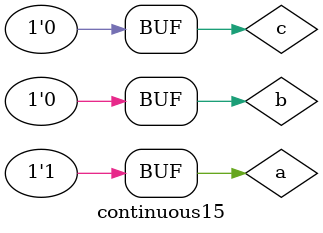
<source format=v>
module continuous15;
wire a,b,c;
assign #(1,2,3) a=1'b1, b=1'b0, c=1'd2;
endmodule

</source>
